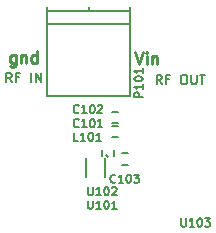
<source format=gto>
G04 #@! TF.FileFunction,Legend,Top*
%FSLAX46Y46*%
G04 Gerber Fmt 4.6, Leading zero omitted, Abs format (unit mm)*
G04 Created by KiCad (PCBNEW 4.0.3-stable) date Sun Sep 11 01:23:42 2016*
%MOMM*%
%LPD*%
G01*
G04 APERTURE LIST*
%ADD10C,0.100000*%
%ADD11C,0.200000*%
%ADD12C,0.250000*%
%ADD13C,0.150000*%
G04 APERTURE END LIST*
D10*
D11*
X139657143Y-98961905D02*
X139390476Y-98580952D01*
X139200000Y-98961905D02*
X139200000Y-98161905D01*
X139504762Y-98161905D01*
X139580953Y-98200000D01*
X139619048Y-98238095D01*
X139657143Y-98314286D01*
X139657143Y-98428571D01*
X139619048Y-98504762D01*
X139580953Y-98542857D01*
X139504762Y-98580952D01*
X139200000Y-98580952D01*
X140266667Y-98542857D02*
X140000000Y-98542857D01*
X140000000Y-98961905D02*
X140000000Y-98161905D01*
X140380953Y-98161905D01*
X141447619Y-98161905D02*
X141600000Y-98161905D01*
X141676191Y-98200000D01*
X141752381Y-98276190D01*
X141790476Y-98428571D01*
X141790476Y-98695238D01*
X141752381Y-98847619D01*
X141676191Y-98923810D01*
X141600000Y-98961905D01*
X141447619Y-98961905D01*
X141371429Y-98923810D01*
X141295238Y-98847619D01*
X141257143Y-98695238D01*
X141257143Y-98428571D01*
X141295238Y-98276190D01*
X141371429Y-98200000D01*
X141447619Y-98161905D01*
X142133333Y-98161905D02*
X142133333Y-98809524D01*
X142171428Y-98885714D01*
X142209524Y-98923810D01*
X142285714Y-98961905D01*
X142438095Y-98961905D01*
X142514286Y-98923810D01*
X142552381Y-98885714D01*
X142590476Y-98809524D01*
X142590476Y-98161905D01*
X142857142Y-98161905D02*
X143314285Y-98161905D01*
X143085714Y-98961905D02*
X143085714Y-98161905D01*
X126940477Y-98811905D02*
X126673810Y-98430952D01*
X126483334Y-98811905D02*
X126483334Y-98011905D01*
X126788096Y-98011905D01*
X126864287Y-98050000D01*
X126902382Y-98088095D01*
X126940477Y-98164286D01*
X126940477Y-98278571D01*
X126902382Y-98354762D01*
X126864287Y-98392857D01*
X126788096Y-98430952D01*
X126483334Y-98430952D01*
X127550001Y-98392857D02*
X127283334Y-98392857D01*
X127283334Y-98811905D02*
X127283334Y-98011905D01*
X127664287Y-98011905D01*
X128578572Y-98811905D02*
X128578572Y-98011905D01*
X128959524Y-98811905D02*
X128959524Y-98011905D01*
X129416667Y-98811905D01*
X129416667Y-98011905D01*
D12*
X127259524Y-96485714D02*
X127259524Y-97295238D01*
X127211905Y-97390476D01*
X127164286Y-97438095D01*
X127069047Y-97485714D01*
X126926190Y-97485714D01*
X126830952Y-97438095D01*
X127259524Y-97104762D02*
X127164286Y-97152381D01*
X126973809Y-97152381D01*
X126878571Y-97104762D01*
X126830952Y-97057143D01*
X126783333Y-96961905D01*
X126783333Y-96676190D01*
X126830952Y-96580952D01*
X126878571Y-96533333D01*
X126973809Y-96485714D01*
X127164286Y-96485714D01*
X127259524Y-96533333D01*
X127735714Y-96485714D02*
X127735714Y-97152381D01*
X127735714Y-96580952D02*
X127783333Y-96533333D01*
X127878571Y-96485714D01*
X128021429Y-96485714D01*
X128116667Y-96533333D01*
X128164286Y-96628571D01*
X128164286Y-97152381D01*
X129069048Y-97152381D02*
X129069048Y-96152381D01*
X129069048Y-97104762D02*
X128973810Y-97152381D01*
X128783333Y-97152381D01*
X128688095Y-97104762D01*
X128640476Y-97057143D01*
X128592857Y-96961905D01*
X128592857Y-96676190D01*
X128640476Y-96580952D01*
X128688095Y-96533333D01*
X128783333Y-96485714D01*
X128973810Y-96485714D01*
X129069048Y-96533333D01*
X137376191Y-96252381D02*
X137709524Y-97252381D01*
X138042858Y-96252381D01*
X138376191Y-97252381D02*
X138376191Y-96585714D01*
X138376191Y-96252381D02*
X138328572Y-96300000D01*
X138376191Y-96347619D01*
X138423810Y-96300000D01*
X138376191Y-96252381D01*
X138376191Y-96347619D01*
X138852381Y-96585714D02*
X138852381Y-97252381D01*
X138852381Y-96680952D02*
X138900000Y-96633333D01*
X138995238Y-96585714D01*
X139138096Y-96585714D01*
X139233334Y-96633333D01*
X139280953Y-96728571D01*
X139280953Y-97252381D01*
D13*
X134625000Y-104500000D02*
X134625000Y-105000000D01*
X135575000Y-105000000D02*
X135575000Y-104500000D01*
X135900000Y-102525000D02*
X135400000Y-102525000D01*
X135400000Y-103475000D02*
X135900000Y-103475000D01*
X135900000Y-101325000D02*
X135400000Y-101325000D01*
X135400000Y-102275000D02*
X135900000Y-102275000D01*
X136250000Y-105775000D02*
X136750000Y-105775000D01*
X136750000Y-104825000D02*
X136250000Y-104825000D01*
X133450000Y-92800000D02*
X133450000Y-92400000D01*
X136950000Y-93900000D02*
X129950000Y-93900000D01*
X136950000Y-92800000D02*
X129950000Y-92800000D01*
X136950000Y-100000000D02*
X136950000Y-92400000D01*
X129950000Y-92400000D02*
X129950000Y-100000000D01*
X129950000Y-100000000D02*
X136950000Y-100000000D01*
X135100000Y-105150000D02*
X134900000Y-104950000D01*
X133200000Y-105250000D02*
X133200000Y-106850000D01*
X134800000Y-105250000D02*
X134800000Y-106850000D01*
X132566666Y-103766667D02*
X132233333Y-103766667D01*
X132233333Y-103066667D01*
X133166666Y-103766667D02*
X132766666Y-103766667D01*
X132966666Y-103766667D02*
X132966666Y-103066667D01*
X132900000Y-103166667D01*
X132833333Y-103233333D01*
X132766666Y-103266667D01*
X133600000Y-103066667D02*
X133666667Y-103066667D01*
X133733333Y-103100000D01*
X133766667Y-103133333D01*
X133800000Y-103200000D01*
X133833333Y-103333333D01*
X133833333Y-103500000D01*
X133800000Y-103633333D01*
X133766667Y-103700000D01*
X133733333Y-103733333D01*
X133666667Y-103766667D01*
X133600000Y-103766667D01*
X133533333Y-103733333D01*
X133500000Y-103700000D01*
X133466667Y-103633333D01*
X133433333Y-103500000D01*
X133433333Y-103333333D01*
X133466667Y-103200000D01*
X133500000Y-103133333D01*
X133533333Y-103100000D01*
X133600000Y-103066667D01*
X134500000Y-103766667D02*
X134100000Y-103766667D01*
X134300000Y-103766667D02*
X134300000Y-103066667D01*
X134233334Y-103166667D01*
X134166667Y-103233333D01*
X134100000Y-103266667D01*
X132616667Y-102550000D02*
X132583333Y-102583333D01*
X132483333Y-102616667D01*
X132416667Y-102616667D01*
X132316667Y-102583333D01*
X132250000Y-102516667D01*
X132216667Y-102450000D01*
X132183333Y-102316667D01*
X132183333Y-102216667D01*
X132216667Y-102083333D01*
X132250000Y-102016667D01*
X132316667Y-101950000D01*
X132416667Y-101916667D01*
X132483333Y-101916667D01*
X132583333Y-101950000D01*
X132616667Y-101983333D01*
X133283333Y-102616667D02*
X132883333Y-102616667D01*
X133083333Y-102616667D02*
X133083333Y-101916667D01*
X133016667Y-102016667D01*
X132950000Y-102083333D01*
X132883333Y-102116667D01*
X133716667Y-101916667D02*
X133783334Y-101916667D01*
X133850000Y-101950000D01*
X133883334Y-101983333D01*
X133916667Y-102050000D01*
X133950000Y-102183333D01*
X133950000Y-102350000D01*
X133916667Y-102483333D01*
X133883334Y-102550000D01*
X133850000Y-102583333D01*
X133783334Y-102616667D01*
X133716667Y-102616667D01*
X133650000Y-102583333D01*
X133616667Y-102550000D01*
X133583334Y-102483333D01*
X133550000Y-102350000D01*
X133550000Y-102183333D01*
X133583334Y-102050000D01*
X133616667Y-101983333D01*
X133650000Y-101950000D01*
X133716667Y-101916667D01*
X134616667Y-102616667D02*
X134216667Y-102616667D01*
X134416667Y-102616667D02*
X134416667Y-101916667D01*
X134350001Y-102016667D01*
X134283334Y-102083333D01*
X134216667Y-102116667D01*
X132616667Y-101350000D02*
X132583333Y-101383333D01*
X132483333Y-101416667D01*
X132416667Y-101416667D01*
X132316667Y-101383333D01*
X132250000Y-101316667D01*
X132216667Y-101250000D01*
X132183333Y-101116667D01*
X132183333Y-101016667D01*
X132216667Y-100883333D01*
X132250000Y-100816667D01*
X132316667Y-100750000D01*
X132416667Y-100716667D01*
X132483333Y-100716667D01*
X132583333Y-100750000D01*
X132616667Y-100783333D01*
X133283333Y-101416667D02*
X132883333Y-101416667D01*
X133083333Y-101416667D02*
X133083333Y-100716667D01*
X133016667Y-100816667D01*
X132950000Y-100883333D01*
X132883333Y-100916667D01*
X133716667Y-100716667D02*
X133783334Y-100716667D01*
X133850000Y-100750000D01*
X133883334Y-100783333D01*
X133916667Y-100850000D01*
X133950000Y-100983333D01*
X133950000Y-101150000D01*
X133916667Y-101283333D01*
X133883334Y-101350000D01*
X133850000Y-101383333D01*
X133783334Y-101416667D01*
X133716667Y-101416667D01*
X133650000Y-101383333D01*
X133616667Y-101350000D01*
X133583334Y-101283333D01*
X133550000Y-101150000D01*
X133550000Y-100983333D01*
X133583334Y-100850000D01*
X133616667Y-100783333D01*
X133650000Y-100750000D01*
X133716667Y-100716667D01*
X134216667Y-100783333D02*
X134250001Y-100750000D01*
X134316667Y-100716667D01*
X134483334Y-100716667D01*
X134550001Y-100750000D01*
X134583334Y-100783333D01*
X134616667Y-100850000D01*
X134616667Y-100916667D01*
X134583334Y-101016667D01*
X134183334Y-101416667D01*
X134616667Y-101416667D01*
X135716667Y-107250000D02*
X135683333Y-107283333D01*
X135583333Y-107316667D01*
X135516667Y-107316667D01*
X135416667Y-107283333D01*
X135350000Y-107216667D01*
X135316667Y-107150000D01*
X135283333Y-107016667D01*
X135283333Y-106916667D01*
X135316667Y-106783333D01*
X135350000Y-106716667D01*
X135416667Y-106650000D01*
X135516667Y-106616667D01*
X135583333Y-106616667D01*
X135683333Y-106650000D01*
X135716667Y-106683333D01*
X136383333Y-107316667D02*
X135983333Y-107316667D01*
X136183333Y-107316667D02*
X136183333Y-106616667D01*
X136116667Y-106716667D01*
X136050000Y-106783333D01*
X135983333Y-106816667D01*
X136816667Y-106616667D02*
X136883334Y-106616667D01*
X136950000Y-106650000D01*
X136983334Y-106683333D01*
X137016667Y-106750000D01*
X137050000Y-106883333D01*
X137050000Y-107050000D01*
X137016667Y-107183333D01*
X136983334Y-107250000D01*
X136950000Y-107283333D01*
X136883334Y-107316667D01*
X136816667Y-107316667D01*
X136750000Y-107283333D01*
X136716667Y-107250000D01*
X136683334Y-107183333D01*
X136650000Y-107050000D01*
X136650000Y-106883333D01*
X136683334Y-106750000D01*
X136716667Y-106683333D01*
X136750000Y-106650000D01*
X136816667Y-106616667D01*
X137283334Y-106616667D02*
X137716667Y-106616667D01*
X137483334Y-106883333D01*
X137583334Y-106883333D01*
X137650001Y-106916667D01*
X137683334Y-106950000D01*
X137716667Y-107016667D01*
X137716667Y-107183333D01*
X137683334Y-107250000D01*
X137650001Y-107283333D01*
X137583334Y-107316667D01*
X137383334Y-107316667D01*
X137316667Y-107283333D01*
X137283334Y-107250000D01*
X138016667Y-100033333D02*
X137316667Y-100033333D01*
X137316667Y-99766667D01*
X137350000Y-99700000D01*
X137383333Y-99666667D01*
X137450000Y-99633333D01*
X137550000Y-99633333D01*
X137616667Y-99666667D01*
X137650000Y-99700000D01*
X137683333Y-99766667D01*
X137683333Y-100033333D01*
X138016667Y-98966667D02*
X138016667Y-99366667D01*
X138016667Y-99166667D02*
X137316667Y-99166667D01*
X137416667Y-99233333D01*
X137483333Y-99300000D01*
X137516667Y-99366667D01*
X137316667Y-98533333D02*
X137316667Y-98466666D01*
X137350000Y-98400000D01*
X137383333Y-98366666D01*
X137450000Y-98333333D01*
X137583333Y-98300000D01*
X137750000Y-98300000D01*
X137883333Y-98333333D01*
X137950000Y-98366666D01*
X137983333Y-98400000D01*
X138016667Y-98466666D01*
X138016667Y-98533333D01*
X137983333Y-98600000D01*
X137950000Y-98633333D01*
X137883333Y-98666666D01*
X137750000Y-98700000D01*
X137583333Y-98700000D01*
X137450000Y-98666666D01*
X137383333Y-98633333D01*
X137350000Y-98600000D01*
X137316667Y-98533333D01*
X138016667Y-97633333D02*
X138016667Y-98033333D01*
X138016667Y-97833333D02*
X137316667Y-97833333D01*
X137416667Y-97899999D01*
X137483333Y-97966666D01*
X137516667Y-98033333D01*
X133400000Y-108816667D02*
X133400000Y-109383333D01*
X133433333Y-109450000D01*
X133466666Y-109483333D01*
X133533333Y-109516667D01*
X133666666Y-109516667D01*
X133733333Y-109483333D01*
X133766666Y-109450000D01*
X133800000Y-109383333D01*
X133800000Y-108816667D01*
X134499999Y-109516667D02*
X134099999Y-109516667D01*
X134299999Y-109516667D02*
X134299999Y-108816667D01*
X134233333Y-108916667D01*
X134166666Y-108983333D01*
X134099999Y-109016667D01*
X134933333Y-108816667D02*
X135000000Y-108816667D01*
X135066666Y-108850000D01*
X135100000Y-108883333D01*
X135133333Y-108950000D01*
X135166666Y-109083333D01*
X135166666Y-109250000D01*
X135133333Y-109383333D01*
X135100000Y-109450000D01*
X135066666Y-109483333D01*
X135000000Y-109516667D01*
X134933333Y-109516667D01*
X134866666Y-109483333D01*
X134833333Y-109450000D01*
X134800000Y-109383333D01*
X134766666Y-109250000D01*
X134766666Y-109083333D01*
X134800000Y-108950000D01*
X134833333Y-108883333D01*
X134866666Y-108850000D01*
X134933333Y-108816667D01*
X135833333Y-109516667D02*
X135433333Y-109516667D01*
X135633333Y-109516667D02*
X135633333Y-108816667D01*
X135566667Y-108916667D01*
X135500000Y-108983333D01*
X135433333Y-109016667D01*
X133400000Y-107666667D02*
X133400000Y-108233333D01*
X133433333Y-108300000D01*
X133466666Y-108333333D01*
X133533333Y-108366667D01*
X133666666Y-108366667D01*
X133733333Y-108333333D01*
X133766666Y-108300000D01*
X133800000Y-108233333D01*
X133800000Y-107666667D01*
X134499999Y-108366667D02*
X134099999Y-108366667D01*
X134299999Y-108366667D02*
X134299999Y-107666667D01*
X134233333Y-107766667D01*
X134166666Y-107833333D01*
X134099999Y-107866667D01*
X134933333Y-107666667D02*
X135000000Y-107666667D01*
X135066666Y-107700000D01*
X135100000Y-107733333D01*
X135133333Y-107800000D01*
X135166666Y-107933333D01*
X135166666Y-108100000D01*
X135133333Y-108233333D01*
X135100000Y-108300000D01*
X135066666Y-108333333D01*
X135000000Y-108366667D01*
X134933333Y-108366667D01*
X134866666Y-108333333D01*
X134833333Y-108300000D01*
X134800000Y-108233333D01*
X134766666Y-108100000D01*
X134766666Y-107933333D01*
X134800000Y-107800000D01*
X134833333Y-107733333D01*
X134866666Y-107700000D01*
X134933333Y-107666667D01*
X135433333Y-107733333D02*
X135466667Y-107700000D01*
X135533333Y-107666667D01*
X135700000Y-107666667D01*
X135766667Y-107700000D01*
X135800000Y-107733333D01*
X135833333Y-107800000D01*
X135833333Y-107866667D01*
X135800000Y-107966667D01*
X135400000Y-108366667D01*
X135833333Y-108366667D01*
X141300000Y-110316667D02*
X141300000Y-110883333D01*
X141333333Y-110950000D01*
X141366666Y-110983333D01*
X141433333Y-111016667D01*
X141566666Y-111016667D01*
X141633333Y-110983333D01*
X141666666Y-110950000D01*
X141700000Y-110883333D01*
X141700000Y-110316667D01*
X142399999Y-111016667D02*
X141999999Y-111016667D01*
X142199999Y-111016667D02*
X142199999Y-110316667D01*
X142133333Y-110416667D01*
X142066666Y-110483333D01*
X141999999Y-110516667D01*
X142833333Y-110316667D02*
X142900000Y-110316667D01*
X142966666Y-110350000D01*
X143000000Y-110383333D01*
X143033333Y-110450000D01*
X143066666Y-110583333D01*
X143066666Y-110750000D01*
X143033333Y-110883333D01*
X143000000Y-110950000D01*
X142966666Y-110983333D01*
X142900000Y-111016667D01*
X142833333Y-111016667D01*
X142766666Y-110983333D01*
X142733333Y-110950000D01*
X142700000Y-110883333D01*
X142666666Y-110750000D01*
X142666666Y-110583333D01*
X142700000Y-110450000D01*
X142733333Y-110383333D01*
X142766666Y-110350000D01*
X142833333Y-110316667D01*
X143300000Y-110316667D02*
X143733333Y-110316667D01*
X143500000Y-110583333D01*
X143600000Y-110583333D01*
X143666667Y-110616667D01*
X143700000Y-110650000D01*
X143733333Y-110716667D01*
X143733333Y-110883333D01*
X143700000Y-110950000D01*
X143666667Y-110983333D01*
X143600000Y-111016667D01*
X143400000Y-111016667D01*
X143333333Y-110983333D01*
X143300000Y-110950000D01*
M02*

</source>
